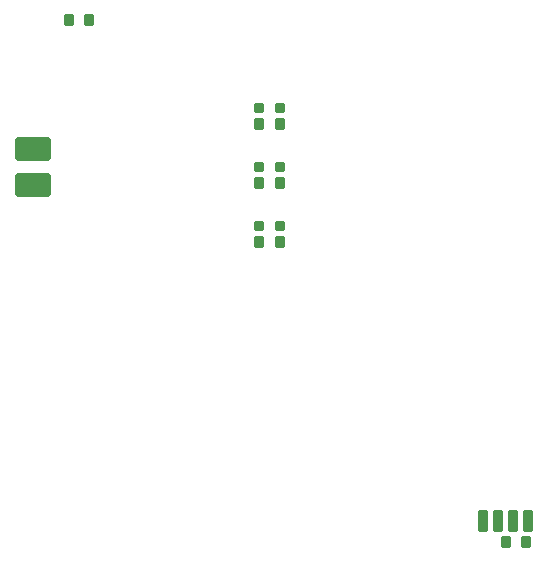
<source format=gbr>
%TF.GenerationSoftware,Altium Limited,Altium Designer,24.10.1 (45)*%
G04 Layer_Color=8421504*
%FSLAX45Y45*%
%MOMM*%
%TF.SameCoordinates,5FB93C32-CF51-4A86-A7AC-1E4FFFE00694*%
%TF.FilePolarity,Positive*%
%TF.FileFunction,Paste,Top*%
%TF.Part,Single*%
G01*
G75*
%TA.AperFunction,SMDPad,CuDef*%
G04:AMPARAMS|DCode=10|XSize=3mm|YSize=2mm|CornerRadius=0.2mm|HoleSize=0mm|Usage=FLASHONLY|Rotation=180.000|XOffset=0mm|YOffset=0mm|HoleType=Round|Shape=RoundedRectangle|*
%AMROUNDEDRECTD10*
21,1,3.00000,1.60000,0,0,180.0*
21,1,2.60000,2.00000,0,0,180.0*
1,1,0.40000,-1.30000,0.80000*
1,1,0.40000,1.30000,0.80000*
1,1,0.40000,1.30000,-0.80000*
1,1,0.40000,-1.30000,-0.80000*
%
%ADD10ROUNDEDRECTD10*%
G04:AMPARAMS|DCode=11|XSize=1mm|YSize=0.9mm|CornerRadius=0.1125mm|HoleSize=0mm|Usage=FLASHONLY|Rotation=90.000|XOffset=0mm|YOffset=0mm|HoleType=Round|Shape=RoundedRectangle|*
%AMROUNDEDRECTD11*
21,1,1.00000,0.67500,0,0,90.0*
21,1,0.77500,0.90000,0,0,90.0*
1,1,0.22500,0.33750,0.38750*
1,1,0.22500,0.33750,-0.38750*
1,1,0.22500,-0.33750,-0.38750*
1,1,0.22500,-0.33750,0.38750*
%
%ADD11ROUNDEDRECTD11*%
G04:AMPARAMS|DCode=12|XSize=0.8mm|YSize=1.8mm|CornerRadius=0.04mm|HoleSize=0mm|Usage=FLASHONLY|Rotation=180.000|XOffset=0mm|YOffset=0mm|HoleType=Round|Shape=RoundedRectangle|*
%AMROUNDEDRECTD12*
21,1,0.80000,1.72000,0,0,180.0*
21,1,0.72000,1.80000,0,0,180.0*
1,1,0.08000,-0.36000,0.86000*
1,1,0.08000,0.36000,0.86000*
1,1,0.08000,0.36000,-0.86000*
1,1,0.08000,-0.36000,-0.86000*
%
%ADD12ROUNDEDRECTD12*%
G04:AMPARAMS|DCode=13|XSize=0.8mm|YSize=0.8mm|CornerRadius=0.1mm|HoleSize=0mm|Usage=FLASHONLY|Rotation=0.000|XOffset=0mm|YOffset=0mm|HoleType=Round|Shape=RoundedRectangle|*
%AMROUNDEDRECTD13*
21,1,0.80000,0.60000,0,0,0.0*
21,1,0.60000,0.80000,0,0,0.0*
1,1,0.20000,0.30000,-0.30000*
1,1,0.20000,-0.30000,-0.30000*
1,1,0.20000,-0.30000,0.30000*
1,1,0.20000,0.30000,0.30000*
%
%ADD13ROUNDEDRECTD13*%
%TA.AperFunction,ConnectorPad*%
G04:AMPARAMS|DCode=14|XSize=1mm|YSize=0.9mm|CornerRadius=0.1125mm|HoleSize=0mm|Usage=FLASHONLY|Rotation=90.000|XOffset=0mm|YOffset=0mm|HoleType=Round|Shape=RoundedRectangle|*
%AMROUNDEDRECTD14*
21,1,1.00000,0.67500,0,0,90.0*
21,1,0.77500,0.90000,0,0,90.0*
1,1,0.22500,0.33750,0.38750*
1,1,0.22500,0.33750,-0.38750*
1,1,0.22500,-0.33750,-0.38750*
1,1,0.22500,-0.33750,0.38750*
%
%ADD14ROUNDEDRECTD14*%
D10*
X599998Y3150000D02*
D03*
Y3450000D02*
D03*
D11*
X905000Y4540000D02*
D03*
X1075000D02*
D03*
X2514999Y3659999D02*
D03*
X2684998D02*
D03*
Y2660001D02*
D03*
X2514999D02*
D03*
X2684998Y3160002D02*
D03*
X2514999D02*
D03*
D12*
X4536500Y299999D02*
D03*
X4409500D02*
D03*
X4790500D02*
D03*
X4663500D02*
D03*
D13*
X2514998Y3799999D02*
D03*
X2684998D02*
D03*
Y3300002D02*
D03*
X2514998D02*
D03*
X2684998Y2800001D02*
D03*
X2514998D02*
D03*
D14*
X4605000Y120000D02*
D03*
X4775000D02*
D03*
%TF.MD5,c5e3c07d77931034da9cbfae0adc1b0c*%
M02*

</source>
